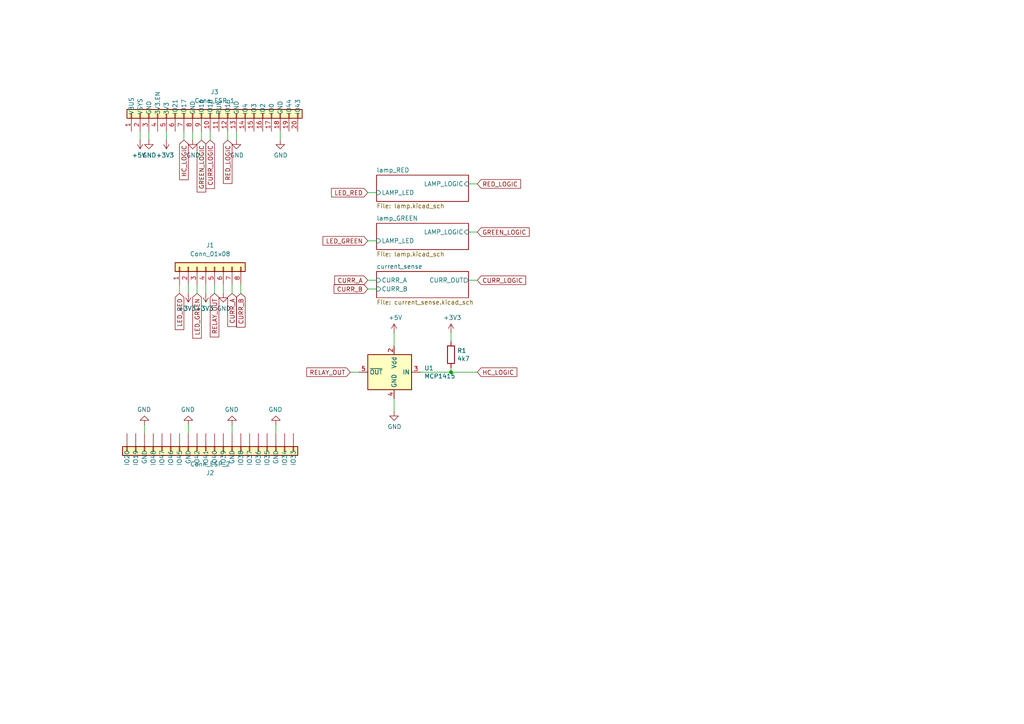
<source format=kicad_sch>
(kicad_sch (version 20250114) (generator "eeschema") (generator_version "9.0")
  (paper "A4")
  (title_block (title "ESP32 ETH relay hat") (date "2025-09-17") (rev "1") (company "Design by zopi@ with contributions from Magnus"))
  (lib_symbols
    (symbol "Conn_01x20_1" (pin_names (offset 1.016))
      (property "Reference" "J1" (at 6.35 -1.27 90))
      (property "Value" "Conn_ESP_1" (at 3.81 -1.27 90))
      (symbol "Conn_01x20_1_1_1"
        (rectangle (start -1.27 24.13) (end 1.27 -26.67) (stroke (width 0.254)) (fill (type background)))
        (rectangle (start -1.27 22.987) (end 0 22.733) (stroke (width 0.1524)))
        (rectangle (start -1.27 20.447) (end 0 20.193) (stroke (width 0.1524)))
        (rectangle (start -1.27 17.907) (end 0 17.653) (stroke (width 0.1524)))
        (rectangle (start -1.27 15.367) (end 0 15.113) (stroke (width 0.1524)))
        (rectangle (start -1.27 12.827) (end 0 12.573) (stroke (width 0.1524)))
        (rectangle (start -1.27 10.287) (end 0 10.033) (stroke (width 0.1524)))
        (rectangle (start -1.27 7.747) (end 0 7.493) (stroke (width 0.1524)))
        (rectangle (start -1.27 5.207) (end 0 4.953) (stroke (width 0.1524)))
        (rectangle (start -1.27 2.667) (end 0 2.413) (stroke (width 0.1524)))
        (rectangle (start -1.27 0.127) (end 0 -0.127) (stroke (width 0.1524)))
        (rectangle (start -1.27 -2.413) (end 0 -2.667) (stroke (width 0.1524)))
        (rectangle (start -1.27 -4.953) (end 0 -5.207) (stroke (width 0.1524)))
        (rectangle (start -1.27 -7.493) (end 0 -7.747) (stroke (width 0.1524)))
        (rectangle (start -1.27 -10.033) (end 0 -10.287) (stroke (width 0.1524)))
        (rectangle (start -1.27 -12.573) (end 0 -12.827) (stroke (width 0.1524)))
        (rectangle (start -1.27 -15.113) (end 0 -15.367) (stroke (width 0.1524)))
        (rectangle (start -1.27 -17.653) (end 0 -17.907) (stroke (width 0.1524)))
        (rectangle (start -1.27 -20.193) (end 0 -20.447) (stroke (width 0.1524)))
        (rectangle (start -1.27 -22.733) (end 0 -22.987) (stroke (width 0.1524)))
        (rectangle (start -1.27 -25.273) (end 0 -25.527) (stroke (width 0.1524)))
        (pin passive line (at -5.08 22.86 0) (length 3.81) (name "VBUS") (number "1"))
        (pin passive line (at -5.08 20.32 0) (length 3.81) (name "VSYS") (number "2"))
        (pin passive line (at -5.08 17.78 0) (length 3.81) (name "GND") (number "3"))
        (pin passive line (at -5.08 15.24 0) (length 3.81) (name "3V3.EN") (number "4"))
        (pin passive line (at -5.08 12.7 0) (length 3.81) (name "3V3") (number "5"))
        (pin passive line (at -5.08 10.16 0) (length 3.81) (name "IO21") (number "6"))
        (pin passive line (at -5.08 7.62 0) (length 3.81) (name "IO17") (number "7"))
        (pin passive line (at -5.08 5.08 0) (length 3.81) (name "GND") (number "8"))
        (pin passive line (at -5.08 2.54 0) (length 3.81) (name "IO16") (number "9"))
        (pin passive line (at -5.08 0 0) (length 3.81) (name "IO18") (number "10"))
        (pin passive line (at -5.08 -2.54 0) (length 3.81) (name "RUN") (number "11"))
        (pin passive line (at -5.08 -5.08 0) (length 3.81) (name "IO15") (number "12"))
        (pin passive line (at -5.08 -7.62 0) (length 3.81) (name "GND") (number "13"))
        (pin passive line (at -5.08 -10.16 0) (length 3.81) (name "IO4") (number "14"))
        (pin passive line (at -5.08 -12.7 0) (length 3.81) (name "IO3") (number "15"))
        (pin passive line (at -5.08 -15.24 0) (length 3.81) (name "IO2") (number "16"))
        (pin passive line (at -5.08 -17.78 0) (length 3.81) (name "IO0") (number "17"))
        (pin passive line (at -5.08 -20.32 0) (length 3.81) (name "GND") (number "18"))
        (pin passive line (at -5.08 -22.86 0) (length 3.81) (name "IO44") (number "19"))
        (pin passive line (at -5.08 -25.4 0) (length 3.81) (name "IO43") (number "20"))
      )
    )
    (symbol "Connector_Generic:Conn_01x08" (pin_names (offset 1.016) (hide yes))
      (property "Reference" "J" (at 0 10.16 0))
      (property "Value" "Conn_01x08" (at 0 -12.7 0))
      (symbol "Conn_01x08_1_1"
        (rectangle (start -1.27 8.89) (end 1.27 -11.43) (stroke (width 0.254)) (fill (type background)))
        (rectangle (start -1.27 7.747) (end 0 7.493) (stroke (width 0.1524)))
        (rectangle (start -1.27 5.207) (end 0 4.953) (stroke (width 0.1524)))
        (rectangle (start -1.27 2.667) (end 0 2.413) (stroke (width 0.1524)))
        (rectangle (start -1.27 0.127) (end 0 -0.127) (stroke (width 0.1524)))
        (rectangle (start -1.27 -2.413) (end 0 -2.667) (stroke (width 0.1524)))
        (rectangle (start -1.27 -4.953) (end 0 -5.207) (stroke (width 0.1524)))
        (rectangle (start -1.27 -7.493) (end 0 -7.747) (stroke (width 0.1524)))
        (rectangle (start -1.27 -10.033) (end 0 -10.287) (stroke (width 0.1524)))
        (pin passive line (at -5.08 7.62 0) (length 3.81) (name "Pin_1") (number "1"))
        (pin passive line (at -5.08 5.08 0) (length 3.81) (name "Pin_2") (number "2"))
        (pin passive line (at -5.08 2.54 0) (length 3.81) (name "Pin_3") (number "3"))
        (pin passive line (at -5.08 0 0) (length 3.81) (name "Pin_4") (number "4"))
        (pin passive line (at -5.08 -2.54 0) (length 3.81) (name "Pin_5") (number "5"))
        (pin passive line (at -5.08 -5.08 0) (length 3.81) (name "Pin_6") (number "6"))
        (pin passive line (at -5.08 -7.62 0) (length 3.81) (name "Pin_7") (number "7"))
        (pin passive line (at -5.08 -10.16 0) (length 3.81) (name "Pin_8") (number "8"))
      )
    )
    (symbol "Connector_Generic:Conn_01x20" (pin_numbers (hide yes)) (pin_names (offset 1.016))
      (property "Reference" "J2" (at 6.35 -1.27 90))
      (property "Value" "Conn_ESP_2" (at 3.81 -1.27 90))
      (symbol "Conn_01x20_1_1"
        (rectangle (start -1.27 24.13) (end 1.27 -26.67) (stroke (width 0.254)) (fill (type background)))
        (rectangle (start -1.27 22.987) (end 0 22.733) (stroke (width 0.1524)))
        (rectangle (start -1.27 20.447) (end 0 20.193) (stroke (width 0.1524)))
        (rectangle (start -1.27 17.907) (end 0 17.653) (stroke (width 0.1524)))
        (rectangle (start -1.27 15.367) (end 0 15.113) (stroke (width 0.1524)))
        (rectangle (start -1.27 12.827) (end 0 12.573) (stroke (width 0.1524)))
        (rectangle (start -1.27 10.287) (end 0 10.033) (stroke (width 0.1524)))
        (rectangle (start -1.27 7.747) (end 0 7.493) (stroke (width 0.1524)))
        (rectangle (start -1.27 5.207) (end 0 4.953) (stroke (width 0.1524)))
        (rectangle (start -1.27 2.667) (end 0 2.413) (stroke (width 0.1524)))
        (rectangle (start -1.27 0.127) (end 0 -0.127) (stroke (width 0.1524)))
        (rectangle (start -1.27 -2.413) (end 0 -2.667) (stroke (width 0.1524)))
        (rectangle (start -1.27 -4.953) (end 0 -5.207) (stroke (width 0.1524)))
        (rectangle (start -1.27 -7.493) (end 0 -7.747) (stroke (width 0.1524)))
        (rectangle (start -1.27 -10.033) (end 0 -10.287) (stroke (width 0.1524)))
        (rectangle (start -1.27 -12.573) (end 0 -12.827) (stroke (width 0.1524)))
        (rectangle (start -1.27 -15.113) (end 0 -15.367) (stroke (width 0.1524)))
        (rectangle (start -1.27 -17.653) (end 0 -17.907) (stroke (width 0.1524)))
        (rectangle (start -1.27 -20.193) (end 0 -20.447) (stroke (width 0.1524)))
        (rectangle (start -1.27 -22.733) (end 0 -22.987) (stroke (width 0.1524)))
        (rectangle (start -1.27 -25.273) (end 0 -25.527) (stroke (width 0.1524)))
        (pin passive line (at -5.08 22.86 0) (length 3.81) (name "IO20") (number "1"))
        (pin passive line (at -5.08 20.32 0) (length 3.81) (name "IO19") (number "2"))
        (pin passive line (at -5.08 17.78 0) (length 3.81) (name "GND") (number "3"))
        (pin passive line (at -5.08 15.24 0) (length 3.81) (name "IO48") (number "4"))
        (pin passive line (at -5.08 12.7 0) (length 3.81) (name "IO47") (number "5"))
        (pin passive line (at -5.08 10.16 0) (length 3.81) (name "IO46") (number "6"))
        (pin passive line (at -5.08 7.62 0) (length 3.81) (name "IO45") (number "7"))
        (pin passive line (at -5.08 5.08 0) (length 3.81) (name "GND") (number "8"))
        (pin passive line (at -5.08 2.54 0) (length 3.81) (name "IO42") (number "9"))
        (pin passive line (at -5.08 0 0) (length 3.81) (name "IO41") (number "10"))
        (pin passive line (at -5.08 -2.54 0) (length 3.81) (name "IO40") (number "11"))
        (pin passive line (at -5.08 -5.08 0) (length 3.81) (name "IO39") (number "12"))
        (pin passive line (at -5.08 -7.62 0) (length 3.81) (name "GND") (number "13"))
        (pin passive line (at -5.08 -10.16 0) (length 3.81) (name "IO38") (number "14"))
        (pin passive line (at -5.08 -12.7 0) (length 3.81) (name "IO37") (number "15"))
        (pin passive line (at -5.08 -15.24 0) (length 3.81) (name "IO36") (number "16"))
        (pin passive line (at -5.08 -17.78 0) (length 3.81) (name "IO35") (number "17"))
        (pin passive line (at -5.08 -20.32 0) (length 3.81) (name "GND") (number "18"))
        (pin passive line (at -5.08 -22.86 0) (length 3.81) (name "IO34") (number "19"))
        (pin passive line (at -5.08 -25.4 0) (length 3.81) (name "IO33") (number "20"))
      )
    )
    (symbol "Device:R" (pin_numbers (hide yes)) (pin_names (offset 0))
      (property "Reference" "R" (at 2.032 0 90))
      (property "Value" "R" (at 0 0 90))
      (symbol "R_0_1"
        (rectangle (start -1.016 -2.54) (end 1.016 2.54) (stroke (width 0.254)))
      )
      (symbol "R_1_1"
        (pin passive line (at 0 3.81 270) (length 1.27) (name "~") (number "1"))
        (pin passive line (at 0 -3.81 90) (length 1.27) (name "~") (number "2"))
      )
    )
    (symbol "Driver_FET:MCP1415"
      (property "Reference" "U" (at -5.08 6.35 0))
      (property "Value" "MCP1415" (at 1.27 6.35 0))
      (symbol "MCP1415_0_1"
        (rectangle (start -5.08 5.08) (end 7.62 -5.08) (stroke (width 0.254)) (fill (type background)))
      )
      (symbol "MCP1415_1_1"
        (pin input line (at -7.62 0 0) (length 2.54) (name "IN") (number "3"))
        (pin power_in line (at 0 7.62 270) (length 2.54) (name "Vdd") (number "2"))
        (pin power_in line (at 0 -7.62 90) (length 2.54) (name "GND") (number "4"))
        (pin no_connect line (at 7.62 -2.54 180) (length 2.54) (hide yes) (name "NC") (number "1"))
        (pin output line (at 10.16 0 180) (length 2.54) (name "~{OUT}") (number "5"))
      )
    )
    (symbol "power:+3V3" (power) (pin_numbers (hide yes)) (pin_names (offset 0) (hide yes))
      (property "Value" "+3V3" (at 0 3.556 0))
      (symbol "+3V3_0_1"
        (polyline (pts (xy -0.762 1.27) (xy 0 2.54)))
        (polyline (pts (xy 0 2.54) (xy 0.762 1.27)))
        (polyline (pts (xy 0 0) (xy 0 2.54)))
      )
      (symbol "+3V3_1_1"
        (pin power_in line (at 0 0 90) (length 0) (name "~") (number "1"))
      )
    )
    (symbol "power:+5V" (power) (pin_numbers (hide yes)) (pin_names (offset 0) (hide yes))
      (property "Value" "+5V" (at 0 3.556 0))
      (symbol "+5V_0_1"
        (polyline (pts (xy -0.762 1.27) (xy 0 2.54)))
        (polyline (pts (xy 0 2.54) (xy 0.762 1.27)))
        (polyline (pts (xy 0 0) (xy 0 2.54)))
      )
      (symbol "+5V_1_1"
        (pin power_in line (at 0 0 90) (length 0) (name "~") (number "1"))
      )
    )
    (symbol "power:GND" (power) (pin_numbers (hide yes)) (pin_names (offset 0) (hide yes))
      (property "Value" "GND" (at 0 -3.81 0))
      (symbol "GND_0_1"
        (polyline (pts (xy 0 0) (xy 0 -1.27) (xy 1.27 -1.27) (xy 0 -2.54) (xy -1.27 -1.27) (xy 0 -1.27)))
      )
      (symbol "GND_1_1"
        (pin power_in line (at 0 0 270) (length 0) (name "~") (number "1"))
      )
    )
  )
  (junction (at 130.81 107.95))
  (wire (pts (xy 80.01 123.19) (xy 80.01 125.73)))
  (wire (pts (xy 135.89 67.31) (xy 138.43 67.31)))
  (wire (pts (xy 68.58 38.1) (xy 68.58 40.64)))
  (wire (pts (xy 59.69 82.55) (xy 59.69 85.09)))
  (wire (pts (xy 114.3 115.57) (xy 114.3 119.38)))
  (wire (pts (xy 41.91 123.19) (xy 41.91 125.73)))
  (wire (pts (xy 101.6 107.95) (xy 104.14 107.95)))
  (wire (pts (xy 69.85 82.55) (xy 69.85 85.09)))
  (wire (pts (xy 130.81 106.68) (xy 130.81 107.95)))
  (wire (pts (xy 106.68 55.88) (xy 109.22 55.88)))
  (wire (pts (xy 106.68 69.85) (xy 109.22 69.85)))
  (wire (pts (xy 53.34 38.1) (xy 53.34 40.64)))
  (wire (pts (xy 54.61 123.19) (xy 54.61 125.73)))
  (wire (pts (xy 64.77 82.55) (xy 64.77 85.09)))
  (wire (pts (xy 67.31 82.55) (xy 67.31 85.09)))
  (wire (pts (xy 106.68 81.28) (xy 109.22 81.28)))
  (wire (pts (xy 130.81 107.95) (xy 138.43 107.95)))
  (wire (pts (xy 67.31 123.19) (xy 67.31 125.73)))
  (wire (pts (xy 114.3 96.52) (xy 114.3 100.33)))
  (wire (pts (xy 130.81 99.06) (xy 130.81 96.52)))
  (wire (pts (xy 135.89 53.34) (xy 138.43 53.34)))
  (wire (pts (xy 62.23 82.55) (xy 62.23 85.09)))
  (wire (pts (xy 60.96 38.1) (xy 60.96 40.64)))
  (wire (pts (xy 52.07 82.55) (xy 52.07 85.09)))
  (wire (pts (xy 135.89 81.28) (xy 138.43 81.28)))
  (wire (pts (xy 57.15 82.55) (xy 57.15 85.09)))
  (wire (pts (xy 48.26 38.1) (xy 48.26 40.64)))
  (wire (pts (xy 66.04 38.1) (xy 66.04 40.64)))
  (wire (pts (xy 54.61 82.55) (xy 54.61 85.09)))
  (wire (pts (xy 106.68 83.82) (xy 109.22 83.82)))
  (wire (pts (xy 40.64 38.1) (xy 40.64 40.64)))
  (wire (pts (xy 121.92 107.95) (xy 130.81 107.95)))
  (wire (pts (xy 55.88 38.1) (xy 55.88 40.64)))
  (wire (pts (xy 58.42 38.1) (xy 58.42 40.64)))
  (wire (pts (xy 81.28 38.1) (xy 81.28 40.64)))
  (wire (pts (xy 43.18 38.1) (xy 43.18 40.64)))
  (global_label "LED_RED" (shape input) (at 106.68 55.88 180) (property "Intersheetrefs" "${INTERSHEET_REFS}" (effects (hide yes))))
  (global_label "RELAY_OUT" (shape input) (at 101.6 107.95 180) (property "Intersheetrefs" "${INTERSHEET_REFS}" (effects (hide yes))))
  (global_label "CURR_A" (shape input) (at 106.68 81.28 180) (property "Intersheetrefs" "${INTERSHEET_REFS}" (effects (hide yes))))
  (global_label "GREEN_LOGIC" (shape input) (at 138.43 67.31 0) (property "Intersheetrefs" "${INTERSHEET_REFS}" (effects (hide yes))))
  (global_label "HC_LOGIC" (shape input) (at 138.43 107.95 0) (property "Intersheetrefs" "${INTERSHEET_REFS}" (effects (hide yes))))
  (global_label "CURR_B" (shape input) (at 69.85 85.09 270) (property "Intersheetrefs" "${INTERSHEET_REFS}" (effects (hide yes))))
  (global_label "GREEN_LOGIC" (shape input) (at 58.42 40.64 270) (property "Intersheetrefs" "${INTERSHEET_REFS}" (effects (hide yes))))
  (global_label "CURR_A" (shape input) (at 67.31 85.09 270) (property "Intersheetrefs" "${INTERSHEET_REFS}" (effects (hide yes))))
  (global_label "CURR_B" (shape input) (at 106.68 83.82 180) (property "Intersheetrefs" "${INTERSHEET_REFS}" (effects (hide yes))))
  (global_label "CURR_LOGIC" (shape input) (at 60.96 40.64 270) (property "Intersheetrefs" "${INTERSHEET_REFS}" (effects (hide yes))))
  (global_label "RED_LOGIC" (shape input) (at 138.43 53.34 0) (property "Intersheetrefs" "${INTERSHEET_REFS}" (effects (hide yes))))
  (global_label "HC_LOGIC" (shape input) (at 53.34 40.64 270) (property "Intersheetrefs" "${INTERSHEET_REFS}" (effects (hide yes))))
  (global_label "LED_RED" (shape input) (at 52.07 85.09 270) (property "Intersheetrefs" "${INTERSHEET_REFS}" (effects (hide yes))))
  (global_label "RED_LOGIC" (shape input) (at 66.04 40.64 270) (property "Intersheetrefs" "${INTERSHEET_REFS}" (effects (hide yes))))
  (global_label "LED_GREEN" (shape input) (at 106.68 69.85 180) (property "Intersheetrefs" "${INTERSHEET_REFS}" (effects (hide yes))))
  (global_label "CURR_LOGIC" (shape input) (at 138.43 81.28 0) (property "Intersheetrefs" "${INTERSHEET_REFS}" (effects (hide yes))))
  (global_label "LED_GREEN" (shape input) (at 57.15 85.09 270) (property "Intersheetrefs" "${INTERSHEET_REFS}" (effects (hide yes))))
  (global_label "RELAY_OUT" (shape input) (at 62.23 85.09 270) (property "Intersheetrefs" "${INTERSHEET_REFS}" (effects (hide yes))))
  (symbol (lib_id "Driver_FET:MCP1415") (at 114.3 107.95 0) (mirror y) (unit 1)
    (property "Reference" "U1" (at 123.0376 106.7816 0) (effects (justify right)))
    (property "Value" "MCP1415" (at 123.0376 109.093 0) (effects (justify right)))
    (property "Footprint" "Package_TO_SOT_SMD:SOT-23-5" (effects (hide yes)))
    (property "Datasheet" "http://ww1.microchip.com/downloads/en/DeviceDoc/20002092F.pdf" (effects (hide yes)))
  )
  (symbol (lib_id "power:GND") (at 114.3 119.38 0) (unit 1)
    (property "Reference" "#PWR016" (effects (hide yes)))
    (property "Value" "GND" (at 114.427 123.7742 0))
    (property "Description" "Power symbol creates a global label with name \"GND\" , ground" (effects (hide yes)))
  )
  (symbol (lib_id "power:+5V") (at 114.3 96.52 0) (unit 1)
    (property "Reference" "#PWR015" (effects (hide yes)))
    (property "Value" "+5V" (at 114.681 92.1258 0))
    (property "Description" "Power symbol creates a global label with name \"+5V\"" (effects (hide yes)))
  )
  (symbol (lib_id "power:+3V3") (at 130.81 96.52 0) (unit 1)
    (property "Reference" "#PWR017" (effects (hide yes)))
    (property "Value" "+3V3" (at 131.191 92.1258 0))
    (property "Description" "Power symbol creates a global label with name \"+3V3\"" (effects (hide yes)))
  )
  (symbol (lib_id "Connector_Generic:Conn_01x20") (at 59.69 130.81 90) (mirror x) (unit 1)
    (property "Reference" "J2" (at 60.96 137.16 90))
    (property "Value" "Conn_ESP_2" (at 60.96 134.62 90))
    (property "Footprint" "Connector_PinSocket_2.54mm:PinSocket_1x20_P2.54mm_Vertical" (effects (hide yes)))
    (property "Description" "Generic connector, single row, 01x20, script generated (kicad-library-utils/schlib/autogen/connector/)" (effects (hide yes)))
  )
  (symbol (lib_id "power:GND") (at 55.88 40.64 0) (unit 1)
    (property "Reference" "#PWR08" (effects (hide yes)))
    (property "Value" "GND" (at 56.007 45.0342 0))
    (property "Description" "Power symbol creates a global label with name \"GND\" , ground" (effects (hide yes)))
  )
  (symbol (lib_id "power:GND") (at 68.58 40.64 0) (unit 1)
    (property "Reference" "#PWR012" (effects (hide yes)))
    (property "Value" "GND" (at 68.707 45.0342 0))
    (property "Description" "Power symbol creates a global label with name \"GND\" , ground" (effects (hide yes)))
  )
  (symbol (lib_id "power:+3V3") (at 54.61 85.09 180) (unit 1)
    (property "Reference" "#PWR06" (effects (hide yes)))
    (property "Value" "+3V3" (at 54.229 89.4842 0))
    (property "Description" "Power symbol creates a global label with name \"+3V3\"" (effects (hide yes)))
  )
  (symbol (lib_id "power:+5V") (at 40.64 40.64 180) (unit 1)
    (property "Reference" "#PWR01" (effects (hide yes)))
    (property "Value" "+5V" (at 40.259 45.0342 0))
    (property "Description" "Power symbol creates a global label with name \"+5V\"" (effects (hide yes)))
  )
  (symbol (lib_name "Conn_01x20_1") (lib_id "Connector_Generic:Conn_01x20") (at 60.96 33.02 90) (unit 1)
    (property "Reference" "J3" (at 62.23 26.67 90))
    (property "Value" "Conn_ESP_1" (at 62.23 29.21 90))
    (property "Footprint" "Connector_PinSocket_2.54mm:PinSocket_1x20_P2.54mm_Vertical" (effects (hide yes)))
    (property "Description" "Generic connector, single row, 01x20, script generated (kicad-library-utils/schlib/autogen/connector/)" (effects (hide yes)))
  )
  (symbol (lib_id "Device:R") (at 130.81 102.87 0) (unit 1)
    (property "Reference" "R1" (at 132.588 101.7016 0) (effects (justify left)))
    (property "Value" "4k7" (at 132.588 104.013 0) (effects (justify left)))
    (property "Footprint" "Resistor_SMD:R_0603_1608Metric_Pad0.98x0.95mm_HandSolder" (effects (hide yes)))
  )
  (symbol (lib_id "power:+3V3") (at 59.69 85.09 180) (unit 1)
    (property "Reference" "#PWR09" (effects (hide yes)))
    (property "Value" "+3V3" (at 59.309 89.4842 0))
    (property "Description" "Power symbol creates a global label with name \"+3V3\"" (effects (hide yes)))
  )
  (symbol (lib_id "power:GND") (at 54.61 123.19 180) (unit 1)
    (property "Reference" "#PWR07" (effects (hide yes)))
    (property "Value" "GND" (at 54.483 118.7958 0))
    (property "Description" "Power symbol creates a global label with name \"GND\" , ground" (effects (hide yes)))
  )
  (symbol (lib_id "power:GND") (at 80.01 123.19 180) (unit 1)
    (property "Reference" "#PWR013" (effects (hide yes)))
    (property "Value" "GND" (at 79.883 118.7958 0))
    (property "Description" "Power symbol creates a global label with name \"GND\" , ground" (effects (hide yes)))
  )
  (symbol (lib_id "power:GND") (at 64.77 85.09 0) (unit 1)
    (property "Reference" "#PWR010" (effects (hide yes)))
    (property "Value" "GND" (at 64.897 89.4842 0))
    (property "Description" "Power symbol creates a global label with name \"GND\" , ground" (effects (hide yes)))
  )
  (symbol (lib_id "power:GND") (at 43.18 40.64 0) (unit 1)
    (property "Reference" "#PWR04" (effects (hide yes)))
    (property "Value" "GND" (at 43.307 45.0342 0))
    (property "Description" "Power symbol creates a global label with name \"GND\" , ground" (effects (hide yes)))
  )
  (symbol (lib_id "power:+3V3") (at 48.26 40.64 180) (unit 1)
    (property "Reference" "#PWR05" (effects (hide yes)))
    (property "Value" "+3V3" (at 47.879 45.0342 0))
    (property "Description" "Power symbol creates a global label with name \"+3V3\"" (effects (hide yes)))
  )
  (symbol (lib_id "power:GND") (at 41.91 123.19 180) (unit 1)
    (property "Reference" "#PWR03" (effects (hide yes)))
    (property "Value" "GND" (at 41.783 118.7958 0))
    (property "Description" "Power symbol creates a global label with name \"GND\" , ground" (effects (hide yes)))
  )
  (symbol (lib_id "power:GND") (at 81.28 40.64 0) (unit 1)
    (property "Reference" "#PWR014" (effects (hide yes)))
    (property "Value" "GND" (at 81.407 45.0342 0))
    (property "Description" "Power symbol creates a global label with name \"GND\" , ground" (effects (hide yes)))
  )
  (symbol (lib_id "power:GND") (at 67.31 123.19 180) (unit 1)
    (property "Reference" "#PWR011" (effects (hide yes)))
    (property "Value" "GND" (at 67.183 118.7958 0))
    (property "Description" "Power symbol creates a global label with name \"GND\" , ground" (effects (hide yes)))
  )
  (symbol (lib_id "Connector_Generic:Conn_01x08") (at 59.69 77.47 90) (unit 1)
    (property "Reference" "J1" (at 60.96 71.12 90))
    (property "Value" "Conn_01x08" (at 60.96 73.66 90))
    (property "Footprint" "TerminalBlock_Phoenix:TerminalBlock_Phoenix_MKDS-1,5-8_1x08_P5.00mm_Horizontal" (effects (hide yes)))
    (property "Description" "Generic connector, single row, 01x08, script generated (kicad-library-utils/schlib/autogen/connector/)" (effects (hide yes)))
  )
  (sheet (at 109.22 78.74) (size 26.67 7.62) (stroke (width 0.1524))
    (property "Sheetname" "current_sense" (at 109.22 78.0284 0) (effects (justify left bottom)))
    (property "Sheetfile" "current_sense.kicad_sch" (at 109.22 86.9446 0) (effects (justify left top)))
    (pin "CURR_A" input (at 109.22 81.28 180))
    (pin "CURR_B" input (at 109.22 83.82 180))
    (pin "CURR_OUT" output (at 135.89 81.28 0))
  )
  (sheet (at 109.22 64.77) (size 26.67 7.62) (stroke (width 0.1524))
    (property "Sheetname" "lamp_GREEN" (at 109.22 64.0584 0) (effects (justify left bottom)))
    (property "Sheetfile" "lamp.kicad_sch" (at 109.22 72.9746 0) (effects (justify left top)))
    (pin "LAMP_LOGIC" input (at 135.89 67.31 0))
    (pin "LAMP_LED" input (at 109.22 69.85 180))
  )
  (sheet (at 109.22 50.8) (size 26.67 7.62) (stroke (width 0.1524))
    (property "Sheetname" "lamp_RED" (at 109.22 50.0884 0) (effects (justify left bottom)))
    (property "Sheetfile" "lamp.kicad_sch" (at 109.22 59.0046 0) (effects (justify left top)))
    (pin "LAMP_LOGIC" input (at 135.89 53.34 0))
    (pin "LAMP_LED" input (at 109.22 55.88 180))
  )
)
</source>
